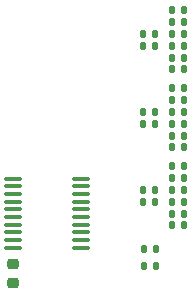
<source format=gbr>
%TF.GenerationSoftware,KiCad,Pcbnew,8.0.2*%
%TF.CreationDate,2024-05-23T10:32:31+02:00*%
%TF.ProjectId,tiny-vga,74696e79-2d76-4676-912e-6b696361645f,v1.0*%
%TF.SameCoordinates,Original*%
%TF.FileFunction,Paste,Top*%
%TF.FilePolarity,Positive*%
%FSLAX46Y46*%
G04 Gerber Fmt 4.6, Leading zero omitted, Abs format (unit mm)*
G04 Created by KiCad (PCBNEW 8.0.2) date 2024-05-23 10:32:31*
%MOMM*%
%LPD*%
G01*
G04 APERTURE LIST*
G04 Aperture macros list*
%AMRoundRect*
0 Rectangle with rounded corners*
0 $1 Rounding radius*
0 $2 $3 $4 $5 $6 $7 $8 $9 X,Y pos of 4 corners*
0 Add a 4 corners polygon primitive as box body*
4,1,4,$2,$3,$4,$5,$6,$7,$8,$9,$2,$3,0*
0 Add four circle primitives for the rounded corners*
1,1,$1+$1,$2,$3*
1,1,$1+$1,$4,$5*
1,1,$1+$1,$6,$7*
1,1,$1+$1,$8,$9*
0 Add four rect primitives between the rounded corners*
20,1,$1+$1,$2,$3,$4,$5,0*
20,1,$1+$1,$4,$5,$6,$7,0*
20,1,$1+$1,$6,$7,$8,$9,0*
20,1,$1+$1,$8,$9,$2,$3,0*%
G04 Aperture macros list end*
%ADD10RoundRect,0.135000X-0.135000X-0.185000X0.135000X-0.185000X0.135000X0.185000X-0.135000X0.185000X0*%
%ADD11RoundRect,0.135000X0.135000X0.185000X-0.135000X0.185000X-0.135000X-0.185000X0.135000X-0.185000X0*%
%ADD12RoundRect,0.225000X-0.250000X0.225000X-0.250000X-0.225000X0.250000X-0.225000X0.250000X0.225000X0*%
%ADD13RoundRect,0.100000X0.637500X0.100000X-0.637500X0.100000X-0.637500X-0.100000X0.637500X-0.100000X0*%
G04 APERTURE END LIST*
D10*
%TO.C,R21*%
X152090000Y-83100000D03*
X153110000Y-83100000D03*
%TD*%
%TO.C,R11*%
X152090000Y-76500000D03*
X153110000Y-76500000D03*
%TD*%
D11*
%TO.C,R4*%
X155610000Y-68900000D03*
X154590000Y-68900000D03*
%TD*%
%TO.C,R6*%
X155610000Y-69900000D03*
X154590000Y-69900000D03*
%TD*%
%TO.C,R14*%
X155610000Y-76500000D03*
X154590000Y-76500000D03*
%TD*%
D10*
%TO.C,R16*%
X154600000Y-78500000D03*
X155620000Y-78500000D03*
%TD*%
%TO.C,R23*%
X154580000Y-84100000D03*
X155600000Y-84100000D03*
%TD*%
D11*
%TO.C,R20*%
X155610000Y-82100000D03*
X154590000Y-82100000D03*
%TD*%
D10*
%TO.C,R24*%
X154580000Y-85100000D03*
X155600000Y-85100000D03*
%TD*%
%TO.C,R13*%
X152090000Y-75500000D03*
X153110000Y-75500000D03*
%TD*%
%TO.C,R7*%
X154590000Y-70900000D03*
X155610000Y-70900000D03*
%TD*%
%TO.C,R26*%
X152190000Y-87100000D03*
X153210000Y-87100000D03*
%TD*%
%TO.C,R3*%
X152090000Y-68900000D03*
X153110000Y-68900000D03*
%TD*%
D11*
%TO.C,R18*%
X155610000Y-81100000D03*
X154590000Y-81100000D03*
%TD*%
D10*
%TO.C,R25*%
X152190000Y-88500000D03*
X153210000Y-88500000D03*
%TD*%
D11*
%TO.C,R22*%
X155610000Y-83100000D03*
X154590000Y-83100000D03*
%TD*%
D12*
%TO.C,C1*%
X141100000Y-88400000D03*
X141100000Y-89950000D03*
%TD*%
D13*
%TO.C,U1*%
X146862500Y-87000000D03*
X146862500Y-86350000D03*
X146862500Y-85700000D03*
X146862500Y-85050000D03*
X146862500Y-84400000D03*
X146862500Y-83750000D03*
X146862500Y-83100000D03*
X146862500Y-82450000D03*
X146862500Y-81800000D03*
X146862500Y-81150000D03*
X141137500Y-81150000D03*
X141137500Y-81800000D03*
X141137500Y-82450000D03*
X141137500Y-83100000D03*
X141137500Y-83750000D03*
X141137500Y-84400000D03*
X141137500Y-85050000D03*
X141137500Y-85700000D03*
X141137500Y-86350000D03*
X141137500Y-87000000D03*
%TD*%
D11*
%TO.C,R1*%
X155600000Y-66900000D03*
X154580000Y-66900000D03*
%TD*%
D10*
%TO.C,R19*%
X152090000Y-82100000D03*
X153110000Y-82100000D03*
%TD*%
%TO.C,R15*%
X154580000Y-77500000D03*
X155600000Y-77500000D03*
%TD*%
D11*
%TO.C,R2*%
X155610000Y-67900000D03*
X154590000Y-67900000D03*
%TD*%
%TO.C,R12*%
X155610000Y-75500000D03*
X154590000Y-75500000D03*
%TD*%
%TO.C,R17*%
X155610000Y-80100000D03*
X154590000Y-80100000D03*
%TD*%
%TO.C,R10*%
X155610000Y-74500000D03*
X154590000Y-74500000D03*
%TD*%
D10*
%TO.C,R5*%
X152090000Y-69900000D03*
X153110000Y-69900000D03*
%TD*%
%TO.C,R8*%
X154590000Y-71900000D03*
X155610000Y-71900000D03*
%TD*%
D11*
%TO.C,R9*%
X155610000Y-73500000D03*
X154590000Y-73500000D03*
%TD*%
M02*

</source>
